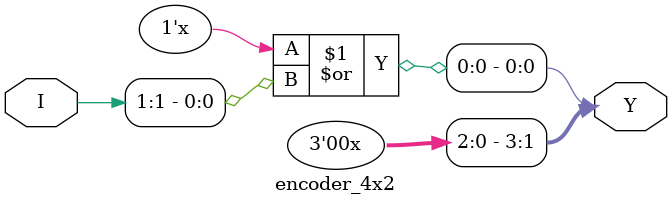
<source format=sv>
module encoder_4x2(Y,I);
  
  input [1:0] I;
  output [3:0] Y;
  
  assign Y = {I[3]|I[2], I[3]|I[1]};
  
endmodule

</source>
